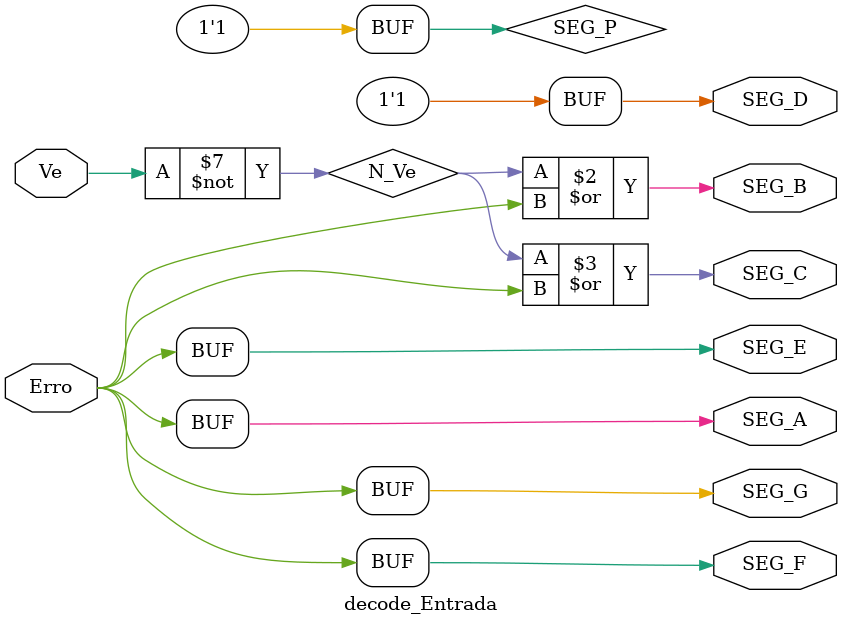
<source format=v>
module decode_Entrada(Erro, Ve, SEG_A, SEG_B, SEG_C, SEG_D, SEG_E, SEG_F, SEG_G);

input Erro, Ve;

output SEG_A, SEG_B, SEG_C, SEG_D, SEG_E, SEG_F, SEG_G;

// Entradas negadas
wire N_Ve;
not Not0 (N_Ve, Ve);

// Funcionamento do Circuito

//SEGMENTO A

or Or0 (SEG_A, Erro, Erro);

//SEGMENTO B

or Or1 (SEG_B, N_Ve, Erro);

//SEGMENTO C

or or2 (SEG_C, N_Ve, Erro);

//SEGMENTO D

not not0 (SEG_D, 0);

//SEGMENTO E

or or3 (SEG_E, Erro, Erro);

//SEGMENTO F

or Or4 (SEG_F, Erro, Erro);

//SEGMENTO G

or or5 (SEG_G, Erro, Erro);

//SEGMENTO P

not (SEG_P, 0);

endmodule 

</source>
